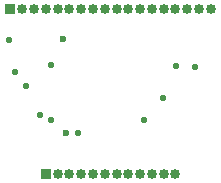
<source format=gbl>
G04*
G04 #@! TF.GenerationSoftware,Altium Limited,Altium Designer,20.0.14 (345)*
G04*
G04 Layer_Physical_Order=4*
G04 Layer_Color=16711680*
%FSLAX43Y43*%
%MOMM*%
G71*
G01*
G75*
%ADD32C,0.850*%
%ADD33R,0.850X0.850*%
%ADD34C,0.550*%
%ADD35C,0.600*%
D32*
X12781Y910D02*
D03*
X11781D02*
D03*
X10781D02*
D03*
X9781D02*
D03*
X8781D02*
D03*
X7781D02*
D03*
X6781D02*
D03*
X5781D02*
D03*
X4781D02*
D03*
X14758D02*
D03*
X13758D02*
D03*
X9775Y14859D02*
D03*
X8775D02*
D03*
X7775D02*
D03*
X6775D02*
D03*
X5775D02*
D03*
X4775D02*
D03*
X3775D02*
D03*
X2775D02*
D03*
X1775D02*
D03*
X11752D02*
D03*
X10752D02*
D03*
X12752D02*
D03*
X13752D02*
D03*
X14752D02*
D03*
X15752D02*
D03*
X16764D02*
D03*
X17764D02*
D03*
D33*
X3781Y910D02*
D03*
X775Y14859D02*
D03*
D34*
X4191Y5461D02*
D03*
X13666Y7289D02*
D03*
X4252Y10069D02*
D03*
X675Y12192D02*
D03*
X2069Y8345D02*
D03*
X1135Y9517D02*
D03*
X3302Y5842D02*
D03*
X16383Y9906D02*
D03*
X14799Y9988D02*
D03*
X6477Y4318D02*
D03*
X12107Y5467D02*
D03*
D35*
X5207Y12319D02*
D03*
X5461Y4318D02*
D03*
M02*

</source>
